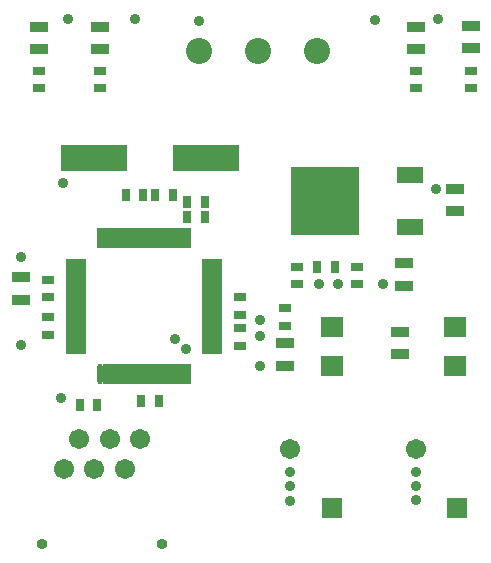
<source format=gts>
%FSLAX44Y44*%
%MOMM*%
G71*
G01*
G75*
G04 Layer_Color=8388736*
%ADD10R,0.6000X0.9000*%
%ADD11R,0.9000X0.6000*%
%ADD12R,1.3000X0.7000*%
%ADD13R,1.6800X1.5200*%
%ADD14R,2.0000X1.2000*%
%ADD15R,5.6000X5.6000*%
%ADD16R,5.5000X2.0000*%
%ADD17O,0.3000X1.5000*%
%ADD18R,0.3000X1.5000*%
%ADD19R,1.5000X0.3000*%
%ADD20C,0.2000*%
%ADD21C,1.0000*%
%ADD22C,1.5000*%
%ADD23R,1.5000X1.5000*%
%ADD24O,0.7500X0.7000*%
%ADD25C,2.0000*%
%ADD26C,0.7000*%
%ADD27R,0.4000X1.4000*%
%ADD28R,0.8032X1.1032*%
%ADD29R,1.1032X0.8032*%
%ADD30R,1.5032X0.9032*%
%ADD31R,1.8832X1.7232*%
%ADD32R,2.2032X1.4032*%
%ADD33R,5.8032X5.8032*%
%ADD34R,5.7032X2.2032*%
%ADD35O,0.5032X1.7032*%
%ADD36R,0.5032X1.7032*%
%ADD37R,1.7032X0.5032*%
%ADD38C,1.7032*%
%ADD39R,1.7032X1.7032*%
%ADD40O,0.9532X0.9032*%
%ADD41C,2.2032*%
%ADD42C,0.9032*%
D28*
X169000Y319000D02*
D03*
X154000D02*
D03*
X169000Y306000D02*
D03*
X154000D02*
D03*
X142000Y325000D02*
D03*
X127000D02*
D03*
X102000Y325000D02*
D03*
X117000D02*
D03*
X279000Y264000D02*
D03*
X264000D02*
D03*
X115000Y150000D02*
D03*
X130000D02*
D03*
X78000Y147000D02*
D03*
X63000D02*
D03*
D29*
X298000Y249000D02*
D03*
Y264000D02*
D03*
X247000Y249000D02*
D03*
Y264000D02*
D03*
X237000Y229000D02*
D03*
Y214000D02*
D03*
X199000Y212000D02*
D03*
Y197000D02*
D03*
Y223500D02*
D03*
Y238500D02*
D03*
X36000Y206000D02*
D03*
Y221000D02*
D03*
Y253000D02*
D03*
Y238000D02*
D03*
X348000Y430000D02*
D03*
Y415000D02*
D03*
X394000Y430000D02*
D03*
Y415000D02*
D03*
X80000Y430000D02*
D03*
Y415000D02*
D03*
X29000Y430000D02*
D03*
Y415000D02*
D03*
D30*
X237000Y199000D02*
D03*
Y180000D02*
D03*
X13000Y255000D02*
D03*
Y236000D02*
D03*
X381000Y330000D02*
D03*
Y311000D02*
D03*
X394000Y449000D02*
D03*
Y468000D02*
D03*
X348000Y448000D02*
D03*
Y467000D02*
D03*
X80000Y448000D02*
D03*
Y467000D02*
D03*
X29000Y448000D02*
D03*
Y467000D02*
D03*
X338000Y248000D02*
D03*
Y267000D02*
D03*
X334000Y190000D02*
D03*
Y209000D02*
D03*
D31*
X381000Y180000D02*
D03*
Y213000D02*
D03*
X277000Y180000D02*
D03*
Y213000D02*
D03*
D32*
X343000Y342000D02*
D03*
Y298000D02*
D03*
D33*
X271000Y320000D02*
D03*
D34*
X170000Y356000D02*
D03*
X75000D02*
D03*
D35*
X80000Y173000D02*
D03*
D36*
X85000D02*
D03*
X90000D02*
D03*
X95000D02*
D03*
X100000D02*
D03*
X105000D02*
D03*
X110000D02*
D03*
X115000D02*
D03*
X120000D02*
D03*
X125000D02*
D03*
X130000D02*
D03*
X135000D02*
D03*
X140000D02*
D03*
X145000D02*
D03*
X150000D02*
D03*
X155000D02*
D03*
Y288000D02*
D03*
X150000D02*
D03*
X145000D02*
D03*
X140000D02*
D03*
X135000D02*
D03*
X130000D02*
D03*
X125000D02*
D03*
X120000D02*
D03*
X115000D02*
D03*
X110000D02*
D03*
X105000D02*
D03*
X100000D02*
D03*
X95000D02*
D03*
X90000D02*
D03*
X85000D02*
D03*
X80000D02*
D03*
D37*
X175000Y193000D02*
D03*
Y198000D02*
D03*
Y203000D02*
D03*
Y208000D02*
D03*
Y213000D02*
D03*
Y218000D02*
D03*
Y223000D02*
D03*
Y228000D02*
D03*
Y233000D02*
D03*
Y238000D02*
D03*
Y243000D02*
D03*
Y248000D02*
D03*
Y253000D02*
D03*
Y258000D02*
D03*
Y263000D02*
D03*
Y268000D02*
D03*
X60000D02*
D03*
Y263000D02*
D03*
Y258000D02*
D03*
Y253000D02*
D03*
Y248000D02*
D03*
Y243000D02*
D03*
Y238000D02*
D03*
Y233000D02*
D03*
Y228000D02*
D03*
Y223000D02*
D03*
Y218000D02*
D03*
Y213000D02*
D03*
Y208000D02*
D03*
Y203000D02*
D03*
Y198000D02*
D03*
Y193000D02*
D03*
D38*
X347500Y110000D02*
D03*
X241500D02*
D03*
X62750Y118000D02*
D03*
X88500D02*
D03*
X114000D02*
D03*
X101250Y92500D02*
D03*
X50000D02*
D03*
X75500D02*
D03*
D39*
X382500Y60000D02*
D03*
X276500D02*
D03*
D40*
X31000Y29000D02*
D03*
X133000D02*
D03*
D41*
X164000Y447000D02*
D03*
X264000D02*
D03*
X214000D02*
D03*
D42*
X347500Y66500D02*
D03*
Y78000D02*
D03*
Y90000D02*
D03*
X241500Y65500D02*
D03*
Y78000D02*
D03*
Y90000D02*
D03*
X216000Y205000D02*
D03*
Y219000D02*
D03*
Y180000D02*
D03*
X266000Y249000D02*
D03*
X320000D02*
D03*
X282000D02*
D03*
X13000Y198000D02*
D03*
X49000Y334600D02*
D03*
X13000Y272000D02*
D03*
X53000Y474000D02*
D03*
X110000D02*
D03*
X366000D02*
D03*
X313000Y473000D02*
D03*
X164000Y472000D02*
D03*
X144000Y203000D02*
D03*
X153000Y194000D02*
D03*
X365000Y330000D02*
D03*
X47000Y153000D02*
D03*
M02*

</source>
